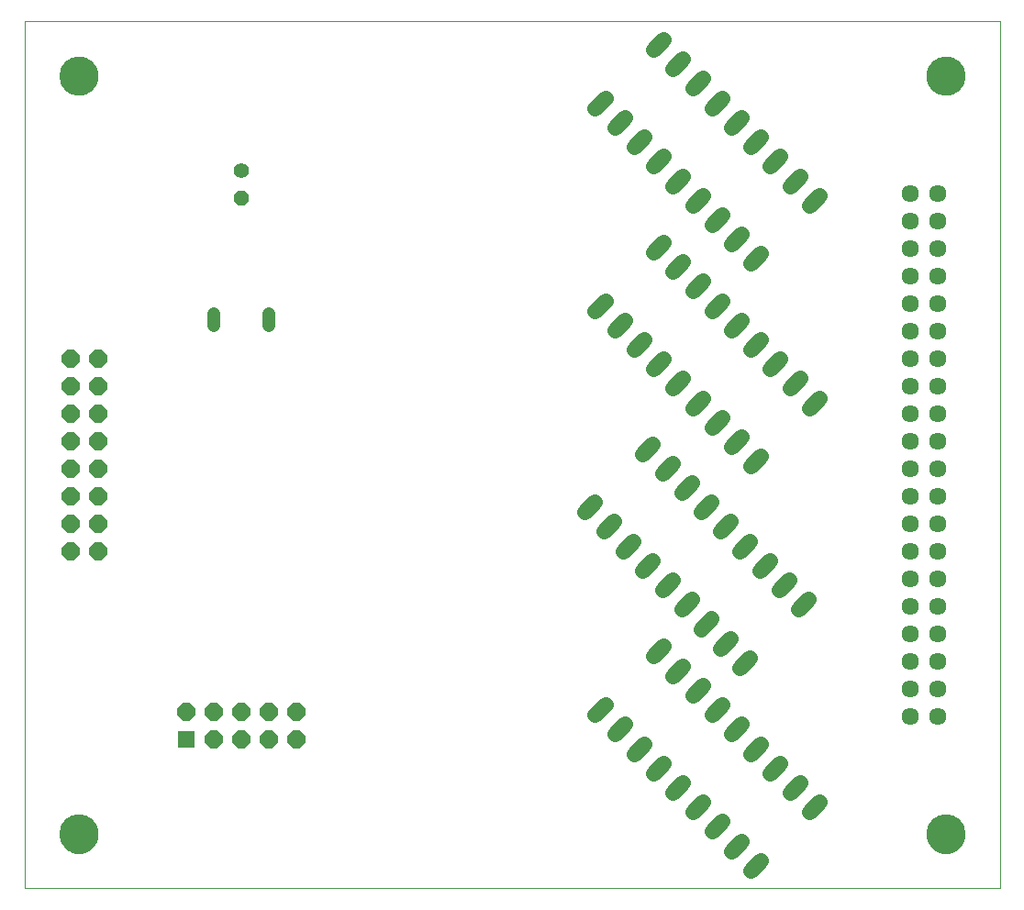
<source format=gbs>
G75*
G70*
%OFA0B0*%
%FSLAX24Y24*%
%IPPOS*%
%LPD*%
%AMOC8*
5,1,8,0,0,1.08239X$1,22.5*
%
%ADD10C,0.0000*%
%ADD11C,0.1418*%
%ADD12C,0.0480*%
%ADD13C,0.0560*%
%ADD14C,0.0634*%
%ADD15OC8,0.0640*%
%ADD16R,0.0640X0.0640*%
%ADD17OC8,0.0560*%
%ADD18C,0.0560*%
D10*
X002542Y004117D02*
X002542Y035613D01*
X037975Y035613D01*
X037975Y004117D01*
X002542Y004117D01*
X003822Y006086D02*
X003824Y006138D01*
X003830Y006190D01*
X003840Y006241D01*
X003853Y006291D01*
X003871Y006341D01*
X003892Y006388D01*
X003916Y006434D01*
X003945Y006478D01*
X003976Y006520D01*
X004010Y006559D01*
X004047Y006596D01*
X004087Y006629D01*
X004130Y006660D01*
X004174Y006687D01*
X004220Y006711D01*
X004269Y006731D01*
X004318Y006747D01*
X004369Y006760D01*
X004420Y006769D01*
X004472Y006774D01*
X004524Y006775D01*
X004576Y006772D01*
X004628Y006765D01*
X004679Y006754D01*
X004729Y006740D01*
X004778Y006721D01*
X004825Y006699D01*
X004870Y006674D01*
X004914Y006645D01*
X004955Y006613D01*
X004994Y006578D01*
X005029Y006540D01*
X005062Y006499D01*
X005092Y006457D01*
X005118Y006412D01*
X005141Y006365D01*
X005160Y006316D01*
X005176Y006266D01*
X005188Y006216D01*
X005196Y006164D01*
X005200Y006112D01*
X005200Y006060D01*
X005196Y006008D01*
X005188Y005956D01*
X005176Y005906D01*
X005160Y005856D01*
X005141Y005807D01*
X005118Y005760D01*
X005092Y005715D01*
X005062Y005673D01*
X005029Y005632D01*
X004994Y005594D01*
X004955Y005559D01*
X004914Y005527D01*
X004870Y005498D01*
X004825Y005473D01*
X004778Y005451D01*
X004729Y005432D01*
X004679Y005418D01*
X004628Y005407D01*
X004576Y005400D01*
X004524Y005397D01*
X004472Y005398D01*
X004420Y005403D01*
X004369Y005412D01*
X004318Y005425D01*
X004269Y005441D01*
X004220Y005461D01*
X004174Y005485D01*
X004130Y005512D01*
X004087Y005543D01*
X004047Y005576D01*
X004010Y005613D01*
X003976Y005652D01*
X003945Y005694D01*
X003916Y005738D01*
X003892Y005784D01*
X003871Y005831D01*
X003853Y005881D01*
X003840Y005931D01*
X003830Y005982D01*
X003824Y006034D01*
X003822Y006086D01*
X003822Y033645D02*
X003824Y033697D01*
X003830Y033749D01*
X003840Y033800D01*
X003853Y033850D01*
X003871Y033900D01*
X003892Y033947D01*
X003916Y033993D01*
X003945Y034037D01*
X003976Y034079D01*
X004010Y034118D01*
X004047Y034155D01*
X004087Y034188D01*
X004130Y034219D01*
X004174Y034246D01*
X004220Y034270D01*
X004269Y034290D01*
X004318Y034306D01*
X004369Y034319D01*
X004420Y034328D01*
X004472Y034333D01*
X004524Y034334D01*
X004576Y034331D01*
X004628Y034324D01*
X004679Y034313D01*
X004729Y034299D01*
X004778Y034280D01*
X004825Y034258D01*
X004870Y034233D01*
X004914Y034204D01*
X004955Y034172D01*
X004994Y034137D01*
X005029Y034099D01*
X005062Y034058D01*
X005092Y034016D01*
X005118Y033971D01*
X005141Y033924D01*
X005160Y033875D01*
X005176Y033825D01*
X005188Y033775D01*
X005196Y033723D01*
X005200Y033671D01*
X005200Y033619D01*
X005196Y033567D01*
X005188Y033515D01*
X005176Y033465D01*
X005160Y033415D01*
X005141Y033366D01*
X005118Y033319D01*
X005092Y033274D01*
X005062Y033232D01*
X005029Y033191D01*
X004994Y033153D01*
X004955Y033118D01*
X004914Y033086D01*
X004870Y033057D01*
X004825Y033032D01*
X004778Y033010D01*
X004729Y032991D01*
X004679Y032977D01*
X004628Y032966D01*
X004576Y032959D01*
X004524Y032956D01*
X004472Y032957D01*
X004420Y032962D01*
X004369Y032971D01*
X004318Y032984D01*
X004269Y033000D01*
X004220Y033020D01*
X004174Y033044D01*
X004130Y033071D01*
X004087Y033102D01*
X004047Y033135D01*
X004010Y033172D01*
X003976Y033211D01*
X003945Y033253D01*
X003916Y033297D01*
X003892Y033343D01*
X003871Y033390D01*
X003853Y033440D01*
X003840Y033490D01*
X003830Y033541D01*
X003824Y033593D01*
X003822Y033645D01*
X035318Y033645D02*
X035320Y033697D01*
X035326Y033749D01*
X035336Y033800D01*
X035349Y033850D01*
X035367Y033900D01*
X035388Y033947D01*
X035412Y033993D01*
X035441Y034037D01*
X035472Y034079D01*
X035506Y034118D01*
X035543Y034155D01*
X035583Y034188D01*
X035626Y034219D01*
X035670Y034246D01*
X035716Y034270D01*
X035765Y034290D01*
X035814Y034306D01*
X035865Y034319D01*
X035916Y034328D01*
X035968Y034333D01*
X036020Y034334D01*
X036072Y034331D01*
X036124Y034324D01*
X036175Y034313D01*
X036225Y034299D01*
X036274Y034280D01*
X036321Y034258D01*
X036366Y034233D01*
X036410Y034204D01*
X036451Y034172D01*
X036490Y034137D01*
X036525Y034099D01*
X036558Y034058D01*
X036588Y034016D01*
X036614Y033971D01*
X036637Y033924D01*
X036656Y033875D01*
X036672Y033825D01*
X036684Y033775D01*
X036692Y033723D01*
X036696Y033671D01*
X036696Y033619D01*
X036692Y033567D01*
X036684Y033515D01*
X036672Y033465D01*
X036656Y033415D01*
X036637Y033366D01*
X036614Y033319D01*
X036588Y033274D01*
X036558Y033232D01*
X036525Y033191D01*
X036490Y033153D01*
X036451Y033118D01*
X036410Y033086D01*
X036366Y033057D01*
X036321Y033032D01*
X036274Y033010D01*
X036225Y032991D01*
X036175Y032977D01*
X036124Y032966D01*
X036072Y032959D01*
X036020Y032956D01*
X035968Y032957D01*
X035916Y032962D01*
X035865Y032971D01*
X035814Y032984D01*
X035765Y033000D01*
X035716Y033020D01*
X035670Y033044D01*
X035626Y033071D01*
X035583Y033102D01*
X035543Y033135D01*
X035506Y033172D01*
X035472Y033211D01*
X035441Y033253D01*
X035412Y033297D01*
X035388Y033343D01*
X035367Y033390D01*
X035349Y033440D01*
X035336Y033490D01*
X035326Y033541D01*
X035320Y033593D01*
X035318Y033645D01*
X035318Y006086D02*
X035320Y006138D01*
X035326Y006190D01*
X035336Y006241D01*
X035349Y006291D01*
X035367Y006341D01*
X035388Y006388D01*
X035412Y006434D01*
X035441Y006478D01*
X035472Y006520D01*
X035506Y006559D01*
X035543Y006596D01*
X035583Y006629D01*
X035626Y006660D01*
X035670Y006687D01*
X035716Y006711D01*
X035765Y006731D01*
X035814Y006747D01*
X035865Y006760D01*
X035916Y006769D01*
X035968Y006774D01*
X036020Y006775D01*
X036072Y006772D01*
X036124Y006765D01*
X036175Y006754D01*
X036225Y006740D01*
X036274Y006721D01*
X036321Y006699D01*
X036366Y006674D01*
X036410Y006645D01*
X036451Y006613D01*
X036490Y006578D01*
X036525Y006540D01*
X036558Y006499D01*
X036588Y006457D01*
X036614Y006412D01*
X036637Y006365D01*
X036656Y006316D01*
X036672Y006266D01*
X036684Y006216D01*
X036692Y006164D01*
X036696Y006112D01*
X036696Y006060D01*
X036692Y006008D01*
X036684Y005956D01*
X036672Y005906D01*
X036656Y005856D01*
X036637Y005807D01*
X036614Y005760D01*
X036588Y005715D01*
X036558Y005673D01*
X036525Y005632D01*
X036490Y005594D01*
X036451Y005559D01*
X036410Y005527D01*
X036366Y005498D01*
X036321Y005473D01*
X036274Y005451D01*
X036225Y005432D01*
X036175Y005418D01*
X036124Y005407D01*
X036072Y005400D01*
X036020Y005397D01*
X035968Y005398D01*
X035916Y005403D01*
X035865Y005412D01*
X035814Y005425D01*
X035765Y005441D01*
X035716Y005461D01*
X035670Y005485D01*
X035626Y005512D01*
X035583Y005543D01*
X035543Y005576D01*
X035506Y005613D01*
X035472Y005652D01*
X035441Y005694D01*
X035412Y005738D01*
X035388Y005784D01*
X035367Y005831D01*
X035349Y005881D01*
X035336Y005931D01*
X035326Y005982D01*
X035320Y006034D01*
X035318Y006086D01*
D11*
X036007Y006086D03*
X036007Y033645D03*
X004511Y033645D03*
X004511Y006086D03*
D12*
X009416Y024566D02*
X009416Y025006D01*
X011416Y025006D02*
X011416Y024566D01*
D13*
X022879Y017788D02*
X023246Y018155D01*
X023954Y017448D02*
X023586Y017080D01*
X024293Y016373D02*
X024661Y016741D01*
X025368Y016034D02*
X025000Y015666D01*
X025707Y014959D02*
X026075Y015327D01*
X026782Y014620D02*
X026414Y014252D01*
X027121Y013545D02*
X027489Y013913D01*
X028196Y013205D02*
X027828Y012838D01*
X028536Y012131D02*
X028903Y012498D01*
X027176Y011500D02*
X026808Y011132D01*
X027515Y010425D02*
X027883Y010793D01*
X028590Y010086D02*
X028222Y009718D01*
X028929Y009011D02*
X029297Y009379D01*
X030004Y008672D02*
X029636Y008304D01*
X030343Y007597D02*
X030711Y007965D01*
X031418Y007257D02*
X031051Y006890D01*
X029297Y005136D02*
X028929Y004768D01*
X028222Y005476D02*
X028590Y005843D01*
X027883Y006550D02*
X027515Y006183D01*
X026808Y006890D02*
X027176Y007257D01*
X026469Y007965D02*
X026101Y007597D01*
X025394Y008304D02*
X025761Y008672D01*
X025054Y009379D02*
X024687Y009011D01*
X023980Y009718D02*
X024347Y010086D01*
X023640Y010793D02*
X023272Y010425D01*
X025394Y012547D02*
X025761Y012914D01*
X026469Y012207D02*
X026101Y011840D01*
X029950Y014959D02*
X030317Y015327D01*
X029610Y016034D02*
X029243Y015666D01*
X028536Y016373D02*
X028903Y016741D01*
X028196Y017448D02*
X027828Y017080D01*
X027121Y017788D02*
X027489Y018155D01*
X026782Y018862D02*
X026414Y018495D01*
X025707Y019202D02*
X026075Y019569D01*
X025368Y020277D02*
X025000Y019909D01*
X026808Y021575D02*
X027176Y021943D01*
X026469Y022650D02*
X026101Y022282D01*
X025394Y022989D02*
X025761Y023357D01*
X025054Y024064D02*
X024687Y023696D01*
X023980Y024403D02*
X024347Y024771D01*
X023640Y025478D02*
X023272Y025110D01*
X025394Y027232D02*
X025761Y027599D01*
X026469Y026892D02*
X026101Y026525D01*
X026808Y025817D02*
X027176Y026185D01*
X027883Y025478D02*
X027515Y025110D01*
X028222Y024403D02*
X028590Y024771D01*
X029297Y024064D02*
X028929Y023696D01*
X029636Y022989D02*
X030004Y023357D01*
X030711Y022650D02*
X030343Y022282D01*
X031051Y021575D02*
X031418Y021943D01*
X029297Y019821D02*
X028929Y019454D01*
X028222Y020161D02*
X028590Y020528D01*
X027883Y021235D02*
X027515Y020868D01*
X028929Y026816D02*
X029297Y027183D01*
X028590Y027891D02*
X028222Y027523D01*
X027515Y028230D02*
X027883Y028598D01*
X027176Y029305D02*
X026808Y028937D01*
X026101Y029644D02*
X026469Y030012D01*
X025761Y030719D02*
X025394Y030351D01*
X024687Y031058D02*
X025054Y031426D01*
X024347Y032133D02*
X023980Y031765D01*
X023272Y032473D02*
X023640Y032840D01*
X025394Y034594D02*
X025761Y034962D01*
X026469Y034254D02*
X026101Y033887D01*
X026808Y033180D02*
X027176Y033547D01*
X027883Y032840D02*
X027515Y032473D01*
X028222Y031765D02*
X028590Y032133D01*
X029297Y031426D02*
X028929Y031058D01*
X029636Y030351D02*
X030004Y030719D01*
X030711Y030012D02*
X030343Y029644D01*
X031051Y028937D02*
X031418Y029305D01*
X031025Y014620D02*
X030657Y014252D01*
D14*
X034719Y014365D03*
X034719Y015365D03*
X034719Y016365D03*
X034719Y017365D03*
X034719Y018365D03*
X034719Y019365D03*
X034719Y020365D03*
X034719Y021365D03*
X034719Y022365D03*
X034719Y023365D03*
X034719Y024365D03*
X034719Y025365D03*
X034719Y026365D03*
X034719Y027365D03*
X034719Y028365D03*
X034719Y029365D03*
X035719Y029365D03*
X035719Y028365D03*
X035719Y027365D03*
X035719Y026365D03*
X035719Y025365D03*
X035719Y024365D03*
X035719Y023365D03*
X035719Y022365D03*
X035719Y021365D03*
X035719Y020365D03*
X035719Y019365D03*
X035719Y018365D03*
X035719Y017365D03*
X035719Y016365D03*
X035719Y015365D03*
X035719Y014365D03*
X035719Y013365D03*
X034719Y013365D03*
X034719Y012365D03*
X034719Y011365D03*
X034719Y010365D03*
X035719Y010365D03*
X035719Y011365D03*
X035719Y012365D03*
D15*
X012416Y010523D03*
X011416Y010523D03*
X010416Y010523D03*
X010416Y009523D03*
X011416Y009523D03*
X012416Y009523D03*
X009416Y009523D03*
X009416Y010523D03*
X008416Y010523D03*
X005208Y016365D03*
X005208Y017365D03*
X005208Y018365D03*
X005208Y019365D03*
X005208Y020365D03*
X005208Y021365D03*
X005208Y022365D03*
X005208Y023365D03*
X004208Y023365D03*
X004208Y022365D03*
X004208Y021365D03*
X004208Y020365D03*
X004208Y019365D03*
X004208Y018365D03*
X004208Y017365D03*
X004208Y016365D03*
D16*
X008416Y009523D03*
D17*
X010416Y029208D03*
D18*
X010416Y030208D03*
M02*

</source>
